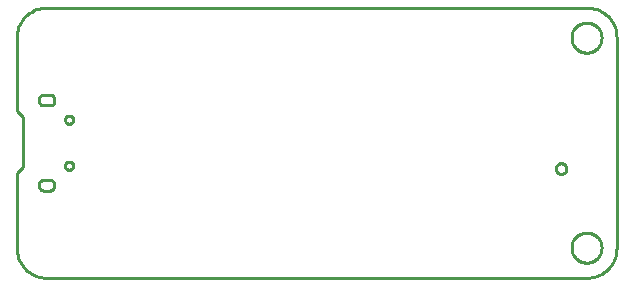
<source format=gbr>
G04 EAGLE Gerber RS-274X export*
G75*
%MOMM*%
%FSLAX34Y34*%
%LPD*%
%IN*%
%IPPOS*%
%AMOC8*
5,1,8,0,0,1.08239X$1,22.5*%
G01*
%ADD10C,0.254000*%


D10*
X0Y25400D02*
X97Y23186D01*
X386Y20989D01*
X865Y18826D01*
X1532Y16713D01*
X2380Y14666D01*
X3403Y12700D01*
X4594Y10831D01*
X5942Y9073D01*
X7440Y7440D01*
X9073Y5942D01*
X10831Y4594D01*
X12700Y3403D01*
X14666Y2380D01*
X16713Y1532D01*
X18826Y865D01*
X20989Y386D01*
X23186Y97D01*
X25400Y0D01*
X482600Y0D01*
X484814Y97D01*
X487011Y386D01*
X489174Y865D01*
X491287Y1532D01*
X493335Y2380D01*
X495300Y3403D01*
X497169Y4594D01*
X498927Y5942D01*
X500561Y7440D01*
X502058Y9073D01*
X503406Y10831D01*
X504597Y12700D01*
X505620Y14666D01*
X506468Y16713D01*
X507135Y18826D01*
X507614Y20989D01*
X507903Y23186D01*
X508000Y25400D01*
X508000Y203200D01*
X507903Y205414D01*
X507614Y207611D01*
X507135Y209774D01*
X506468Y211887D01*
X505620Y213935D01*
X504597Y215900D01*
X503406Y217769D01*
X502058Y219527D01*
X500561Y221161D01*
X498927Y222658D01*
X497169Y224006D01*
X495300Y225197D01*
X493335Y226220D01*
X491287Y227068D01*
X489174Y227735D01*
X487011Y228214D01*
X484814Y228503D01*
X482600Y228600D01*
X25400Y228600D01*
X23186Y228503D01*
X20989Y228214D01*
X18826Y227735D01*
X16713Y227068D01*
X14666Y226220D01*
X12700Y225197D01*
X10831Y224006D01*
X9073Y222658D01*
X7440Y221161D01*
X5942Y219527D01*
X4594Y217769D01*
X3403Y215900D01*
X2380Y213935D01*
X1532Y211887D01*
X865Y209774D01*
X386Y207611D01*
X97Y205414D01*
X0Y203200D01*
X0Y140970D01*
X5080Y135890D01*
X5080Y93980D01*
X0Y88900D01*
X0Y25400D01*
X18950Y78300D02*
X18922Y77949D01*
X18924Y77598D01*
X18957Y77248D01*
X19020Y76902D01*
X19113Y76563D01*
X19236Y76233D01*
X19387Y75915D01*
X19564Y75612D01*
X19768Y75325D01*
X19996Y75057D01*
X20246Y74810D01*
X20517Y74586D01*
X20806Y74386D01*
X21112Y74212D01*
X21432Y74066D01*
X21763Y73948D01*
X22103Y73859D01*
X22450Y73800D01*
X28450Y73800D01*
X28797Y73859D01*
X29137Y73948D01*
X29468Y74066D01*
X29788Y74212D01*
X30094Y74386D01*
X30383Y74586D01*
X30654Y74810D01*
X30904Y75057D01*
X31132Y75325D01*
X31336Y75612D01*
X31513Y75915D01*
X31664Y76233D01*
X31787Y76563D01*
X31880Y76902D01*
X31943Y77248D01*
X31976Y77598D01*
X31978Y77949D01*
X31950Y78300D01*
X31978Y78651D01*
X31976Y79002D01*
X31943Y79352D01*
X31880Y79698D01*
X31787Y80037D01*
X31664Y80367D01*
X31513Y80685D01*
X31336Y80988D01*
X31132Y81275D01*
X30904Y81543D01*
X30654Y81790D01*
X30383Y82014D01*
X30094Y82214D01*
X29788Y82388D01*
X29468Y82534D01*
X29137Y82652D01*
X28797Y82741D01*
X28450Y82800D01*
X22450Y82800D01*
X22103Y82741D01*
X21763Y82652D01*
X21432Y82534D01*
X21112Y82388D01*
X20806Y82214D01*
X20517Y82014D01*
X20246Y81790D01*
X19996Y81543D01*
X19768Y81275D01*
X19564Y80988D01*
X19387Y80685D01*
X19236Y80367D01*
X19113Y80037D01*
X19020Y79698D01*
X18957Y79352D01*
X18924Y79002D01*
X18922Y78651D01*
X18950Y78300D01*
X18950Y149300D02*
X18986Y148974D01*
X19050Y148653D01*
X19142Y148338D01*
X19262Y148033D01*
X19407Y147739D01*
X19577Y147459D01*
X19772Y147194D01*
X19988Y146948D01*
X20225Y146722D01*
X20481Y146517D01*
X20754Y146335D01*
X21042Y146177D01*
X21342Y146046D01*
X21652Y145941D01*
X21971Y145863D01*
X22295Y145814D01*
X22622Y145792D01*
X22950Y145800D01*
X28450Y145800D01*
X28755Y145813D01*
X29058Y145853D01*
X29356Y145919D01*
X29647Y146011D01*
X29929Y146128D01*
X30200Y146269D01*
X30458Y146433D01*
X30700Y146619D01*
X30925Y146825D01*
X31131Y147050D01*
X31317Y147292D01*
X31481Y147550D01*
X31622Y147821D01*
X31739Y148103D01*
X31831Y148394D01*
X31897Y148692D01*
X31937Y148995D01*
X31950Y149300D01*
X31950Y151300D01*
X31937Y151605D01*
X31897Y151908D01*
X31831Y152206D01*
X31739Y152497D01*
X31622Y152779D01*
X31481Y153050D01*
X31317Y153308D01*
X31131Y153550D01*
X30925Y153775D01*
X30700Y153981D01*
X30458Y154167D01*
X30200Y154331D01*
X29929Y154472D01*
X29647Y154589D01*
X29356Y154681D01*
X29058Y154747D01*
X28755Y154787D01*
X28450Y154800D01*
X22950Y154800D01*
X22622Y154808D01*
X22295Y154786D01*
X21971Y154737D01*
X21652Y154659D01*
X21342Y154554D01*
X21042Y154423D01*
X20754Y154265D01*
X20481Y154083D01*
X20225Y153878D01*
X19988Y153652D01*
X19772Y153406D01*
X19577Y153142D01*
X19407Y152861D01*
X19262Y152568D01*
X19142Y152262D01*
X19050Y151947D01*
X18986Y151626D01*
X18950Y151300D01*
X18950Y149300D01*
X495300Y202701D02*
X495222Y201706D01*
X495066Y200720D01*
X494833Y199750D01*
X494524Y198801D01*
X494142Y197879D01*
X493689Y196990D01*
X493168Y196139D01*
X492581Y195331D01*
X491933Y194573D01*
X491227Y193867D01*
X490469Y193219D01*
X489661Y192632D01*
X488810Y192111D01*
X487921Y191658D01*
X486999Y191276D01*
X486050Y190967D01*
X485080Y190734D01*
X484094Y190578D01*
X483099Y190500D01*
X482101Y190500D01*
X481106Y190578D01*
X480120Y190734D01*
X479150Y190967D01*
X478201Y191276D01*
X477279Y191658D01*
X476390Y192111D01*
X475539Y192632D01*
X474731Y193219D01*
X473973Y193867D01*
X473267Y194573D01*
X472619Y195331D01*
X472032Y196139D01*
X471511Y196990D01*
X471058Y197879D01*
X470676Y198801D01*
X470367Y199750D01*
X470134Y200720D01*
X469978Y201706D01*
X469900Y202701D01*
X469900Y203699D01*
X469978Y204694D01*
X470134Y205680D01*
X470367Y206650D01*
X470676Y207599D01*
X471058Y208521D01*
X471511Y209410D01*
X472032Y210261D01*
X472619Y211069D01*
X473267Y211827D01*
X473973Y212533D01*
X474731Y213181D01*
X475539Y213768D01*
X476390Y214289D01*
X477279Y214742D01*
X478201Y215124D01*
X479150Y215433D01*
X480120Y215666D01*
X481106Y215822D01*
X482101Y215900D01*
X483099Y215900D01*
X484094Y215822D01*
X485080Y215666D01*
X486050Y215433D01*
X486999Y215124D01*
X487921Y214742D01*
X488810Y214289D01*
X489661Y213768D01*
X490469Y213181D01*
X491227Y212533D01*
X491933Y211827D01*
X492581Y211069D01*
X493168Y210261D01*
X493689Y209410D01*
X494142Y208521D01*
X494524Y207599D01*
X494833Y206650D01*
X495066Y205680D01*
X495222Y204694D01*
X495300Y203699D01*
X495300Y202701D01*
X495300Y24901D02*
X495222Y23906D01*
X495066Y22920D01*
X494833Y21950D01*
X494524Y21001D01*
X494142Y20079D01*
X493689Y19190D01*
X493168Y18339D01*
X492581Y17531D01*
X491933Y16773D01*
X491227Y16067D01*
X490469Y15419D01*
X489661Y14832D01*
X488810Y14311D01*
X487921Y13858D01*
X486999Y13476D01*
X486050Y13167D01*
X485080Y12934D01*
X484094Y12778D01*
X483099Y12700D01*
X482101Y12700D01*
X481106Y12778D01*
X480120Y12934D01*
X479150Y13167D01*
X478201Y13476D01*
X477279Y13858D01*
X476390Y14311D01*
X475539Y14832D01*
X474731Y15419D01*
X473973Y16067D01*
X473267Y16773D01*
X472619Y17531D01*
X472032Y18339D01*
X471511Y19190D01*
X471058Y20079D01*
X470676Y21001D01*
X470367Y21950D01*
X470134Y22920D01*
X469978Y23906D01*
X469900Y24901D01*
X469900Y25899D01*
X469978Y26894D01*
X470134Y27880D01*
X470367Y28850D01*
X470676Y29799D01*
X471058Y30721D01*
X471511Y31610D01*
X472032Y32461D01*
X472619Y33269D01*
X473267Y34027D01*
X473973Y34733D01*
X474731Y35381D01*
X475539Y35968D01*
X476390Y36489D01*
X477279Y36942D01*
X478201Y37324D01*
X479150Y37633D01*
X480120Y37866D01*
X481106Y38022D01*
X482101Y38100D01*
X483099Y38100D01*
X484094Y38022D01*
X485080Y37866D01*
X486050Y37633D01*
X486999Y37324D01*
X487921Y36942D01*
X488810Y36489D01*
X489661Y35968D01*
X490469Y35381D01*
X491227Y34733D01*
X491933Y34027D01*
X492581Y33269D01*
X493168Y32461D01*
X493689Y31610D01*
X494142Y30721D01*
X494524Y29799D01*
X494833Y28850D01*
X495066Y27880D01*
X495222Y26894D01*
X495300Y25899D01*
X495300Y24901D01*
X44221Y130300D02*
X43766Y130360D01*
X43323Y130479D01*
X42899Y130654D01*
X42501Y130884D01*
X42137Y131163D01*
X41813Y131487D01*
X41534Y131851D01*
X41304Y132249D01*
X41129Y132673D01*
X41010Y133116D01*
X40950Y133571D01*
X40950Y134029D01*
X41010Y134484D01*
X41129Y134927D01*
X41304Y135351D01*
X41534Y135749D01*
X41813Y136113D01*
X42137Y136437D01*
X42501Y136716D01*
X42899Y136946D01*
X43323Y137121D01*
X43766Y137240D01*
X44221Y137300D01*
X44679Y137300D01*
X45134Y137240D01*
X45577Y137121D01*
X46001Y136946D01*
X46399Y136716D01*
X46763Y136437D01*
X47087Y136113D01*
X47366Y135749D01*
X47596Y135351D01*
X47771Y134927D01*
X47890Y134484D01*
X47950Y134029D01*
X47950Y133571D01*
X47890Y133116D01*
X47771Y132673D01*
X47596Y132249D01*
X47366Y131851D01*
X47087Y131487D01*
X46763Y131163D01*
X46399Y130884D01*
X46001Y130654D01*
X45577Y130479D01*
X45134Y130360D01*
X44679Y130300D01*
X44221Y130300D01*
X44221Y91300D02*
X43766Y91360D01*
X43323Y91479D01*
X42899Y91654D01*
X42501Y91884D01*
X42137Y92163D01*
X41813Y92487D01*
X41534Y92851D01*
X41304Y93249D01*
X41129Y93673D01*
X41010Y94116D01*
X40950Y94571D01*
X40950Y95029D01*
X41010Y95484D01*
X41129Y95927D01*
X41304Y96351D01*
X41534Y96749D01*
X41813Y97113D01*
X42137Y97437D01*
X42501Y97716D01*
X42899Y97946D01*
X43323Y98121D01*
X43766Y98240D01*
X44221Y98300D01*
X44679Y98300D01*
X45134Y98240D01*
X45577Y98121D01*
X46001Y97946D01*
X46399Y97716D01*
X46763Y97437D01*
X47087Y97113D01*
X47366Y96749D01*
X47596Y96351D01*
X47771Y95927D01*
X47890Y95484D01*
X47950Y95029D01*
X47950Y94571D01*
X47890Y94116D01*
X47771Y93673D01*
X47596Y93249D01*
X47366Y92851D01*
X47087Y92487D01*
X46763Y92163D01*
X46399Y91884D01*
X46001Y91654D01*
X45577Y91479D01*
X45134Y91360D01*
X44679Y91300D01*
X44221Y91300D01*
X460765Y87800D02*
X460180Y87877D01*
X459610Y88030D01*
X459065Y88255D01*
X458555Y88550D01*
X458087Y88909D01*
X457669Y89327D01*
X457310Y89795D01*
X457015Y90305D01*
X456790Y90850D01*
X456637Y91420D01*
X456560Y92005D01*
X456560Y92595D01*
X456637Y93180D01*
X456790Y93750D01*
X457015Y94295D01*
X457310Y94805D01*
X457669Y95273D01*
X458087Y95691D01*
X458555Y96050D01*
X459065Y96345D01*
X459610Y96570D01*
X460180Y96723D01*
X460765Y96800D01*
X461355Y96800D01*
X461940Y96723D01*
X462510Y96570D01*
X463055Y96345D01*
X463565Y96050D01*
X464033Y95691D01*
X464451Y95273D01*
X464810Y94805D01*
X465105Y94295D01*
X465330Y93750D01*
X465483Y93180D01*
X465560Y92595D01*
X465560Y92005D01*
X465483Y91420D01*
X465330Y90850D01*
X465105Y90305D01*
X464810Y89795D01*
X464451Y89327D01*
X464033Y88909D01*
X463565Y88550D01*
X463055Y88255D01*
X462510Y88030D01*
X461940Y87877D01*
X461355Y87800D01*
X460765Y87800D01*
M02*

</source>
